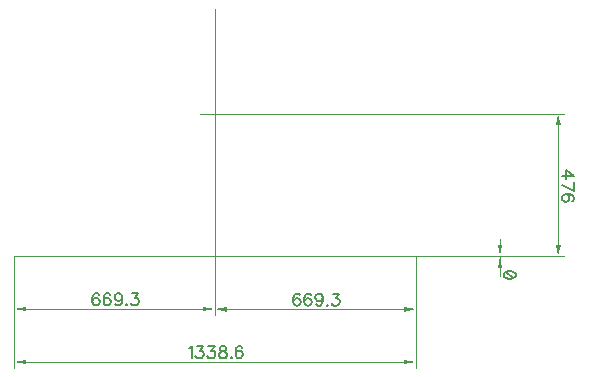
<source format=gbr>
G04 DipTrace 3.1.0.1*
G04 TopDimension.gbr*
%MOIN*%
G04 #@! TF.FileFunction,Drawing,Top*
G04 #@! TF.Part,Single*
%ADD13C,0.0015*%
%ADD58C,0.006176*%
%FSLAX26Y26*%
G04*
G70*
G90*
G75*
G01*
G04 TopDimension*
%LPD*%
X453544Y454331D2*
D13*
X2092520D1*
X1792126D2*
X2092520D1*
X2072835D2*
D3*
Y513386D2*
Y493701D1*
G36*
Y454331D2*
X2064961Y493701D1*
X2080709D1*
X2072835Y454331D1*
G37*
Y395276D2*
D13*
Y414961D1*
G36*
Y454331D2*
X2080709Y414961D1*
X2064961D1*
X2072835Y454331D1*
G37*
Y388166D2*
D13*
Y454331D1*
X453544D2*
Y83071D1*
X1792126Y454331D2*
Y83071D1*
X1122835Y102756D2*
X492914D1*
G36*
X453544D2*
X492914Y110630D1*
Y94882D1*
X453544Y102756D1*
G37*
X1122835D2*
D13*
X1752756D1*
G36*
X1792126D2*
X1752756Y94882D1*
Y110630D1*
X1792126Y102756D1*
G37*
X1122835Y1279921D2*
D13*
Y259449D1*
X453544Y454331D2*
Y259449D1*
X788189Y279134D2*
X1083465D1*
G36*
X1122835D2*
X1083465Y271260D1*
Y287008D1*
X1122835Y279134D1*
G37*
X788189D2*
D13*
X492914D1*
G36*
X453544D2*
X492914Y287008D1*
Y271260D1*
X453544Y279134D1*
G37*
X1792126Y454331D2*
D13*
Y257874D1*
X1122835Y1279921D2*
Y257874D1*
X1457481Y277559D2*
X1752756D1*
G36*
X1792126D2*
X1752756Y269685D1*
Y285433D1*
X1792126Y277559D1*
G37*
X1457481D2*
D13*
X1162205D1*
G36*
X1122835D2*
X1162205Y285433D1*
Y269685D1*
X1122835Y277559D1*
G37*
X1071260Y930315D2*
D13*
X2286221D1*
X1792126Y454331D2*
X2286221D1*
X2266536Y692323D2*
Y890945D1*
G36*
Y930315D2*
X2274410Y890945D1*
X2258662D1*
X2266536Y930315D1*
G37*
Y692323D2*
D13*
Y493701D1*
G36*
Y454331D2*
X2258662Y493701D1*
X2274410D1*
X2266536Y454331D1*
G37*
X2125193Y394201D2*
D58*
X2123292Y399949D1*
X2117544Y403796D1*
X2107994Y405697D1*
X2102245D1*
X2092695Y403796D1*
X2086947Y399949D1*
X2085046Y394201D1*
Y390399D1*
X2086947Y384651D1*
X2092695Y380848D1*
X2102245Y378903D1*
X2107994D1*
X2117544Y380848D1*
X2123292Y384651D1*
X2125193Y390399D1*
Y394201D1*
X2117544Y380848D2*
X2092695Y403796D1*
X1035729Y147465D2*
X1039576Y149411D1*
X1045324Y155115D1*
Y114967D1*
X1061522Y155115D2*
X1082524D1*
X1071072Y139816D1*
X1076821D1*
X1080623Y137915D1*
X1082524Y136014D1*
X1084470Y130265D1*
Y126463D1*
X1082524Y120715D1*
X1078722Y116868D1*
X1072974Y114967D1*
X1067226D1*
X1061522Y116868D1*
X1059621Y118814D1*
X1057675Y122616D1*
X1100668Y155115D2*
X1121670D1*
X1110219Y139816D1*
X1115967D1*
X1119769Y137915D1*
X1121670Y136014D1*
X1123616Y130265D1*
Y126463D1*
X1121670Y120715D1*
X1117868Y116868D1*
X1112120Y114967D1*
X1106372D1*
X1100668Y116868D1*
X1098767Y118814D1*
X1096821Y122616D1*
X1145518Y155115D2*
X1139814Y153213D1*
X1137869Y149411D1*
Y145564D1*
X1139814Y141762D1*
X1143617Y139816D1*
X1151266Y137915D1*
X1157014Y136014D1*
X1160816Y132167D1*
X1162718Y128364D1*
Y122616D1*
X1160816Y118814D1*
X1158915Y116868D1*
X1153167Y114967D1*
X1145518D1*
X1139814Y116868D1*
X1137869Y118814D1*
X1135967Y122616D1*
Y128364D1*
X1137869Y132167D1*
X1141715Y136014D1*
X1147419Y137915D1*
X1155068Y139816D1*
X1158915Y141762D1*
X1160816Y145564D1*
Y149411D1*
X1158915Y153213D1*
X1153167Y155115D1*
X1145518D1*
X1176970Y118814D2*
X1175069Y116868D1*
X1176970Y114967D1*
X1178916Y116868D1*
X1176970Y118814D1*
X1214215Y149411D2*
X1212314Y153213D1*
X1206566Y155115D1*
X1202763D1*
X1197015Y153213D1*
X1193169Y147465D1*
X1191267Y137915D1*
Y128364D1*
X1193169Y120715D1*
X1197015Y116868D1*
X1202763Y114967D1*
X1204665D1*
X1210368Y116868D1*
X1214215Y120715D1*
X1216116Y126463D1*
Y128364D1*
X1214215Y134112D1*
X1210368Y137915D1*
X1204665Y139816D1*
X1202763D1*
X1197015Y137915D1*
X1193169Y134112D1*
X1191267Y128364D1*
X736906Y325789D2*
X735004Y329591D1*
X729256Y331493D1*
X725454D1*
X719706Y329591D1*
X715859Y323843D1*
X713958Y314293D1*
Y304742D1*
X715859Y297093D1*
X719706Y293246D1*
X725454Y291345D1*
X727355D1*
X733059Y293246D1*
X736906Y297093D1*
X738807Y302841D1*
Y304742D1*
X736906Y310490D1*
X733059Y314293D1*
X727355Y316194D1*
X725454D1*
X719706Y314293D1*
X715859Y310490D1*
X713958Y304742D1*
X774106Y325789D2*
X772205Y329591D1*
X766457Y331493D1*
X762654D1*
X756906Y329591D1*
X753059Y323843D1*
X751158Y314293D1*
Y304742D1*
X753059Y297093D1*
X756906Y293246D1*
X762654Y291345D1*
X764556D1*
X770259Y293246D1*
X774106Y297093D1*
X776007Y302841D1*
Y304742D1*
X774106Y310490D1*
X770259Y314293D1*
X764556Y316194D1*
X762654D1*
X756906Y314293D1*
X753059Y310490D1*
X751158Y304742D1*
X813252Y318139D2*
X811307Y312391D1*
X807504Y308545D1*
X801756Y306643D1*
X799855D1*
X794107Y308545D1*
X790304Y312391D1*
X788359Y318139D1*
Y320041D1*
X790304Y325789D1*
X794107Y329591D1*
X799855Y331493D1*
X801756D1*
X807504Y329591D1*
X811307Y325789D1*
X813252Y318139D1*
Y308545D1*
X811307Y298994D1*
X807504Y293246D1*
X801756Y291345D1*
X797954D1*
X792206Y293246D1*
X790304Y297093D1*
X827505Y295192D2*
X825604Y293246D1*
X827505Y291345D1*
X829450Y293246D1*
X827505Y295192D1*
X845649Y331493D2*
X866651D1*
X855199Y316194D1*
X860947D1*
X864750Y314293D1*
X866651Y312391D1*
X868596Y306643D1*
Y302841D1*
X866651Y297093D1*
X862848Y293246D1*
X857100Y291345D1*
X851352D1*
X845649Y293246D1*
X843747Y295192D1*
X841802Y298994D1*
X1406197Y324214D2*
X1404296Y328017D1*
X1398548Y329918D1*
X1394745D1*
X1388997Y328017D1*
X1385150Y322269D1*
X1383249Y312718D1*
Y303167D1*
X1385150Y295518D1*
X1388997Y291671D1*
X1394745Y289770D1*
X1396646D1*
X1402350Y291671D1*
X1406197Y295518D1*
X1408098Y301266D1*
Y303167D1*
X1406197Y308915D1*
X1402350Y312718D1*
X1396646Y314619D1*
X1394745D1*
X1388997Y312718D1*
X1385150Y308915D1*
X1383249Y303167D1*
X1443397Y324214D2*
X1441496Y328017D1*
X1435748Y329918D1*
X1431946D1*
X1426198Y328017D1*
X1422351Y322269D1*
X1420450Y312718D1*
Y303167D1*
X1422351Y295518D1*
X1426198Y291671D1*
X1431946Y289770D1*
X1433847D1*
X1439551Y291671D1*
X1443397Y295518D1*
X1445299Y301266D1*
Y303167D1*
X1443397Y308915D1*
X1439551Y312718D1*
X1433847Y314619D1*
X1431946D1*
X1426198Y312718D1*
X1422351Y308915D1*
X1420450Y303167D1*
X1482544Y316565D2*
X1480598Y310817D1*
X1476796Y306970D1*
X1471047Y305069D1*
X1469146D1*
X1463398Y306970D1*
X1459596Y310817D1*
X1457650Y316565D1*
Y318466D1*
X1459596Y324214D1*
X1463398Y328017D1*
X1469146Y329918D1*
X1471047D1*
X1476796Y328017D1*
X1480598Y324214D1*
X1482544Y316565D1*
Y306970D1*
X1480598Y297419D1*
X1476796Y291671D1*
X1471047Y289770D1*
X1467245D1*
X1461497Y291671D1*
X1459596Y295518D1*
X1496796Y293617D2*
X1494895Y291671D1*
X1496796Y289770D1*
X1498742Y291671D1*
X1496796Y293617D1*
X1514940Y329918D2*
X1535942D1*
X1524490Y314619D1*
X1530238D1*
X1534041Y312718D1*
X1535942Y310817D1*
X1537888Y305069D1*
Y301266D1*
X1535942Y295518D1*
X1532140Y291671D1*
X1526392Y289770D1*
X1520644D1*
X1514940Y291671D1*
X1513039Y293617D1*
X1511093Y297419D1*
X2278746Y722611D2*
X2318894D1*
X2292144Y741756D1*
Y713061D1*
X2278746Y693060D2*
X2318894Y673914D1*
Y700709D1*
X2313190Y638615D2*
X2316993Y640516D1*
X2318894Y646264D1*
Y650067D1*
X2316993Y655815D1*
X2311245Y659662D1*
X2301694Y661563D1*
X2292144D1*
X2284494Y659662D1*
X2280648Y655815D1*
X2278746Y650067D1*
Y648166D1*
X2280648Y642462D1*
X2284494Y638615D1*
X2290242Y636714D1*
X2292144D1*
X2297892Y638615D1*
X2301694Y642462D1*
X2303596Y648166D1*
Y650067D1*
X2301694Y655815D1*
X2297892Y659662D1*
X2292144Y661563D1*
M02*

</source>
